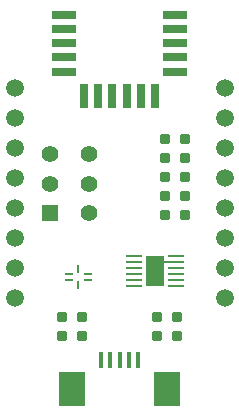
<source format=gts>
G04 #@! TF.GenerationSoftware,KiCad,Pcbnew,(6.0.7-1)-1*
G04 #@! TF.CreationDate,2022-09-24T13:58:25+09:00*
G04 #@! TF.ProjectId,EB-BM71,45422d42-4d37-4312-9e6b-696361645f70,V1.0*
G04 #@! TF.SameCoordinates,Original*
G04 #@! TF.FileFunction,Soldermask,Top*
G04 #@! TF.FilePolarity,Negative*
%FSLAX46Y46*%
G04 Gerber Fmt 4.6, Leading zero omitted, Abs format (unit mm)*
G04 Created by KiCad (PCBNEW (6.0.7-1)-1) date 2022-09-24 13:58:25*
%MOMM*%
%LPD*%
G01*
G04 APERTURE LIST*
G04 Aperture macros list*
%AMRoundRect*
0 Rectangle with rounded corners*
0 $1 Rounding radius*
0 $2 $3 $4 $5 $6 $7 $8 $9 X,Y pos of 4 corners*
0 Add a 4 corners polygon primitive as box body*
4,1,4,$2,$3,$4,$5,$6,$7,$8,$9,$2,$3,0*
0 Add four circle primitives for the rounded corners*
1,1,$1+$1,$2,$3*
1,1,$1+$1,$4,$5*
1,1,$1+$1,$6,$7*
1,1,$1+$1,$8,$9*
0 Add four rect primitives between the rounded corners*
20,1,$1+$1,$2,$3,$4,$5,0*
20,1,$1+$1,$4,$5,$6,$7,0*
20,1,$1+$1,$6,$7,$8,$9,0*
20,1,$1+$1,$8,$9,$2,$3,0*%
G04 Aperture macros list end*
%ADD10C,1.500000*%
%ADD11RoundRect,0.200000X-0.250000X-0.200000X0.250000X-0.200000X0.250000X0.200000X-0.250000X0.200000X0*%
%ADD12R,0.400000X1.400000*%
%ADD13R,2.200000X3.000000*%
%ADD14R,1.400000X0.150000*%
%ADD15R,0.350000X0.150000*%
%ADD16R,1.500000X2.500000*%
%ADD17R,2.000000X0.800000*%
%ADD18R,0.800000X2.000000*%
%ADD19R,0.675000X0.200000*%
%ADD20R,0.200000X0.700000*%
%ADD21RoundRect,0.200000X0.250000X0.200000X-0.250000X0.200000X-0.250000X-0.200000X0.250000X-0.200000X0*%
%ADD22R,1.400000X1.400000*%
%ADD23C,1.400000*%
G04 APERTURE END LIST*
D10*
X8890000Y0D03*
X8890000Y-2540000D03*
X8890000Y-5080000D03*
X8890000Y-7620000D03*
X8890000Y-10160000D03*
X8890000Y-12700000D03*
X8890000Y-15240000D03*
X8890000Y-17780000D03*
D11*
X3150000Y-21000000D03*
X4850000Y-21000000D03*
D12*
X-1600000Y-23000000D03*
X-800000Y-23000000D03*
X0Y-23000000D03*
X800000Y-23000000D03*
X1600000Y-23000000D03*
D13*
X4000000Y-25500000D03*
X-4000000Y-25500000D03*
D11*
X3850000Y-7500000D03*
X5550000Y-7500000D03*
X3850000Y-10700000D03*
X5550000Y-10700000D03*
X3850000Y-9100000D03*
X5550000Y-9100000D03*
X-4850000Y-21000000D03*
X-3150000Y-21000000D03*
X3850000Y-5900000D03*
X5550000Y-5900000D03*
D14*
X4800000Y-16750000D03*
X4800000Y-16250000D03*
X4800000Y-15750000D03*
X4800000Y-15250000D03*
X4800000Y-14750000D03*
X4800000Y-14250000D03*
X1200000Y-14250000D03*
X1200000Y-14750000D03*
X1200000Y-15250000D03*
X1200000Y-15750000D03*
X1200000Y-16250000D03*
X1200000Y-16750000D03*
D15*
X3925000Y-14750000D03*
D16*
X3000000Y-15500000D03*
D11*
X3850000Y-4300000D03*
X5550000Y-4300000D03*
D17*
X-4700000Y6200000D03*
X-4700000Y5000000D03*
X-4700000Y3800000D03*
X-4700000Y2600000D03*
X-4700000Y1400000D03*
D18*
X-3000000Y-700000D03*
X-1800000Y-700000D03*
X-600000Y-700000D03*
X600000Y-700000D03*
X1800000Y-700000D03*
X3000000Y-700000D03*
D17*
X4700000Y1400000D03*
X4700000Y2600000D03*
X4700000Y3800000D03*
X4700000Y5000000D03*
X4700000Y6200000D03*
D11*
X3150000Y-19400000D03*
X4850000Y-19400000D03*
D10*
X-8890000Y0D03*
X-8890000Y-2540000D03*
X-8890000Y-5080000D03*
X-8890000Y-7620000D03*
X-8890000Y-10160000D03*
X-8890000Y-12700000D03*
X-8890000Y-15240000D03*
X-8890000Y-17780000D03*
D19*
X-4287500Y-16275000D03*
X-4287500Y-15725000D03*
D20*
X-3500000Y-15350000D03*
D19*
X-2712500Y-15725000D03*
X-2712500Y-16275000D03*
D20*
X-3500000Y-16650000D03*
D21*
X-3150000Y-19400000D03*
X-4850000Y-19400000D03*
D22*
X-5850000Y-10600000D03*
D23*
X-5850000Y-8100000D03*
X-5850000Y-5600000D03*
X-2550000Y-10600000D03*
X-2550000Y-8100000D03*
X-2550000Y-5600000D03*
M02*

</source>
